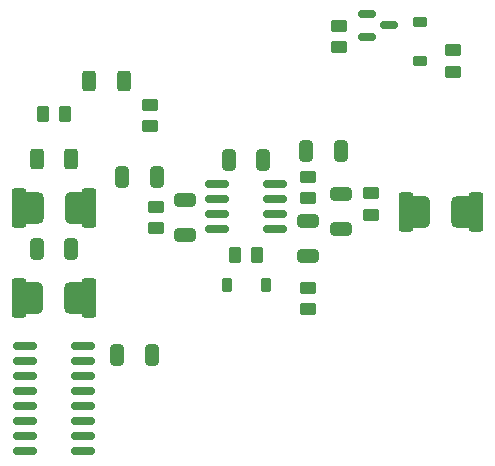
<source format=gbr>
%TF.GenerationSoftware,KiCad,Pcbnew,8.0.6*%
%TF.CreationDate,2024-11-21T00:19:28+01:00*%
%TF.ProjectId,3458A Ref A9 Clone,33343538-4120-4526-9566-20413920436c,rev?*%
%TF.SameCoordinates,Original*%
%TF.FileFunction,Paste,Top*%
%TF.FilePolarity,Positive*%
%FSLAX46Y46*%
G04 Gerber Fmt 4.6, Leading zero omitted, Abs format (unit mm)*
G04 Created by KiCad (PCBNEW 8.0.6) date 2024-11-21 00:19:28*
%MOMM*%
%LPD*%
G01*
G04 APERTURE LIST*
G04 Aperture macros list*
%AMRoundRect*
0 Rectangle with rounded corners*
0 $1 Rounding radius*
0 $2 $3 $4 $5 $6 $7 $8 $9 X,Y pos of 4 corners*
0 Add a 4 corners polygon primitive as box body*
4,1,4,$2,$3,$4,$5,$6,$7,$8,$9,$2,$3,0*
0 Add four circle primitives for the rounded corners*
1,1,$1+$1,$2,$3*
1,1,$1+$1,$4,$5*
1,1,$1+$1,$6,$7*
1,1,$1+$1,$8,$9*
0 Add four rect primitives between the rounded corners*
20,1,$1+$1,$2,$3,$4,$5,0*
20,1,$1+$1,$4,$5,$6,$7,0*
20,1,$1+$1,$6,$7,$8,$9,0*
20,1,$1+$1,$8,$9,$2,$3,0*%
G04 Aperture macros list end*
%ADD10RoundRect,0.150000X0.825000X0.150000X-0.825000X0.150000X-0.825000X-0.150000X0.825000X-0.150000X0*%
%ADD11RoundRect,0.250000X-0.362500X-1.425000X0.362500X-1.425000X0.362500X1.425000X-0.362500X1.425000X0*%
%ADD12RoundRect,0.405613X-0.588137X-0.919387X0.588137X-0.919387X0.588137X0.919387X-0.588137X0.919387X0*%
%ADD13RoundRect,0.420919X-0.610331X-0.904081X0.610331X-0.904081X0.610331X0.904081X-0.610331X0.904081X0*%
%ADD14RoundRect,0.225000X-0.375000X0.225000X-0.375000X-0.225000X0.375000X-0.225000X0.375000X0.225000X0*%
%ADD15RoundRect,0.250000X0.262500X0.450000X-0.262500X0.450000X-0.262500X-0.450000X0.262500X-0.450000X0*%
%ADD16RoundRect,0.250000X-0.450000X0.262500X-0.450000X-0.262500X0.450000X-0.262500X0.450000X0.262500X0*%
%ADD17RoundRect,0.250000X0.362500X1.425000X-0.362500X1.425000X-0.362500X-1.425000X0.362500X-1.425000X0*%
%ADD18RoundRect,0.405613X0.588137X0.919387X-0.588137X0.919387X-0.588137X-0.919387X0.588137X-0.919387X0*%
%ADD19RoundRect,0.420919X0.610331X0.904081X-0.610331X0.904081X-0.610331X-0.904081X0.610331X-0.904081X0*%
%ADD20RoundRect,0.250000X-0.650000X0.325000X-0.650000X-0.325000X0.650000X-0.325000X0.650000X0.325000X0*%
%ADD21RoundRect,0.250000X-0.262500X-0.450000X0.262500X-0.450000X0.262500X0.450000X-0.262500X0.450000X0*%
%ADD22RoundRect,0.250000X0.650000X-0.325000X0.650000X0.325000X-0.650000X0.325000X-0.650000X-0.325000X0*%
%ADD23RoundRect,0.250000X0.450000X-0.262500X0.450000X0.262500X-0.450000X0.262500X-0.450000X-0.262500X0*%
%ADD24RoundRect,0.150000X-0.825000X-0.150000X0.825000X-0.150000X0.825000X0.150000X-0.825000X0.150000X0*%
%ADD25RoundRect,0.250000X-0.312500X-0.625000X0.312500X-0.625000X0.312500X0.625000X-0.312500X0.625000X0*%
%ADD26RoundRect,0.250000X-0.325000X-0.650000X0.325000X-0.650000X0.325000X0.650000X-0.325000X0.650000X0*%
%ADD27RoundRect,0.250000X0.325000X0.650000X-0.325000X0.650000X-0.325000X-0.650000X0.325000X-0.650000X0*%
%ADD28RoundRect,0.225000X0.225000X0.375000X-0.225000X0.375000X-0.225000X-0.375000X0.225000X-0.375000X0*%
%ADD29RoundRect,0.150000X-0.587500X-0.150000X0.587500X-0.150000X0.587500X0.150000X-0.587500X0.150000X0*%
G04 APERTURE END LIST*
D10*
%TO.C,U402*%
X155637000Y-112776000D03*
X155637000Y-111506000D03*
X155637000Y-110236000D03*
X155637000Y-108966000D03*
X150687000Y-108966000D03*
X150687000Y-110236000D03*
X150687000Y-111506000D03*
X150687000Y-112776000D03*
%TD*%
D11*
%TO.C,R415*%
X133968900Y-110998000D03*
D12*
X135036800Y-110998000D03*
D13*
X138861800Y-110998000D03*
D11*
X139893900Y-110998000D03*
%TD*%
D14*
%TO.C,D401*%
X167894000Y-95251000D03*
X167894000Y-98551000D03*
%TD*%
D15*
%TO.C,R416*%
X154074500Y-114935000D03*
X152249500Y-114935000D03*
%TD*%
D16*
%TO.C,R1*%
X145542000Y-110847500D03*
X145542000Y-112672500D03*
%TD*%
D17*
%TO.C,R413*%
X172634500Y-111328200D03*
D18*
X171566600Y-111328200D03*
D19*
X167741600Y-111328200D03*
D17*
X166709500Y-111328200D03*
%TD*%
D20*
%TO.C,C412*%
X161163000Y-109776999D03*
X161163000Y-112727001D03*
%TD*%
D21*
%TO.C,R5*%
X135993500Y-102997000D03*
X137818500Y-102997000D03*
%TD*%
D22*
%TO.C,C1*%
X158369000Y-115013001D03*
X158369000Y-112062999D03*
%TD*%
D17*
%TO.C,R414*%
X139868500Y-118618000D03*
D18*
X138800600Y-118618000D03*
D19*
X134975600Y-118618000D03*
D17*
X133943500Y-118618000D03*
%TD*%
D23*
%TO.C,R6*%
X145034000Y-104036500D03*
X145034000Y-102211500D03*
%TD*%
D24*
%TO.C,RN1*%
X134431000Y-122682000D03*
X134431000Y-123952000D03*
X134431000Y-125222000D03*
X134431000Y-126492000D03*
X134431000Y-127762000D03*
X134431000Y-129032000D03*
X134431000Y-130302000D03*
X134431000Y-131572000D03*
X139381000Y-131572000D03*
X139381000Y-130302000D03*
X139381000Y-129032000D03*
X139381000Y-127762000D03*
X139381000Y-126492000D03*
X139381000Y-125222000D03*
X139381000Y-123952000D03*
X139381000Y-122682000D03*
%TD*%
D25*
%TO.C,R2*%
X135443500Y-106807000D03*
X138368500Y-106807000D03*
%TD*%
D16*
%TO.C,R417*%
X158369000Y-117705500D03*
X158369000Y-119530500D03*
%TD*%
D25*
%TO.C,R419*%
X139888500Y-100203000D03*
X142813500Y-100203000D03*
%TD*%
D20*
%TO.C,C3*%
X147955000Y-110284999D03*
X147955000Y-113235001D03*
%TD*%
D26*
%TO.C,C413*%
X151686999Y-106934000D03*
X154637001Y-106934000D03*
%TD*%
D27*
%TO.C,C414*%
X161163000Y-106172000D03*
X158212998Y-106172000D03*
%TD*%
D28*
%TO.C,D400*%
X154812000Y-117475000D03*
X151512000Y-117475000D03*
%TD*%
D23*
%TO.C,R421*%
X161036000Y-97354399D03*
X161036000Y-95529399D03*
%TD*%
%TO.C,R420*%
X163703000Y-111529500D03*
X163703000Y-109704500D03*
%TD*%
%TO.C,R4*%
X158369000Y-110132500D03*
X158369000Y-108307500D03*
%TD*%
D27*
%TO.C,C411*%
X145620001Y-108331000D03*
X142669999Y-108331000D03*
%TD*%
D16*
%TO.C,R418*%
X170688000Y-97616000D03*
X170688000Y-99441000D03*
%TD*%
D29*
%TO.C,Q1*%
X163400500Y-94554000D03*
X163400500Y-96454000D03*
X165275501Y-95504000D03*
%TD*%
D26*
%TO.C,C4*%
X142238199Y-123444000D03*
X145188201Y-123444000D03*
%TD*%
D27*
%TO.C,C5*%
X138381001Y-114427000D03*
X135430999Y-114427000D03*
%TD*%
M02*

</source>
